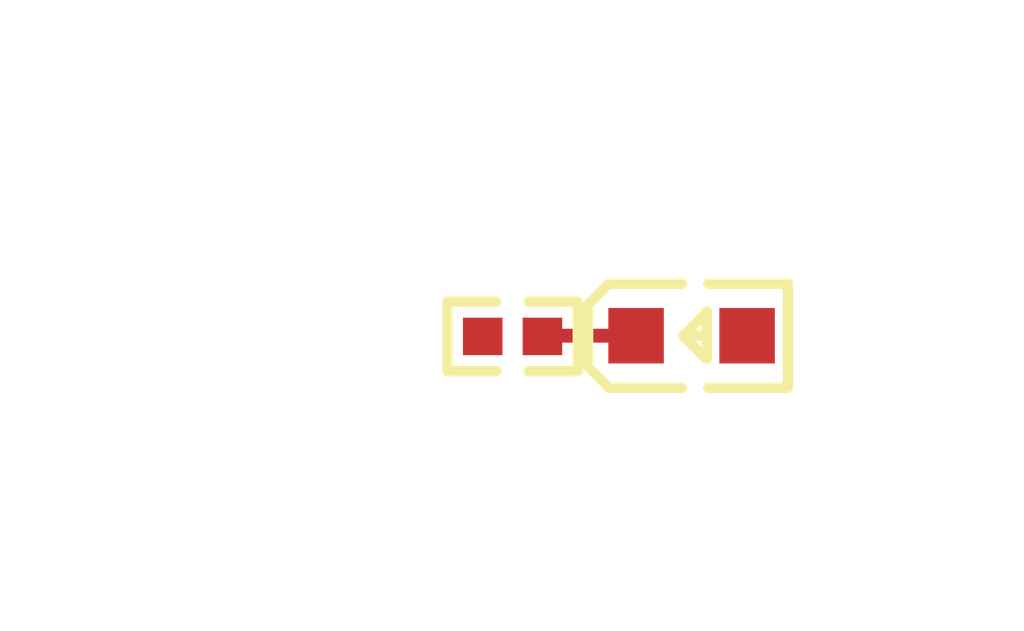
<source format=kicad_pcb>
(kicad_pcb (version 20241229) (generator "pcbnew") (generator_version "9.0")
  (layers (0 "F.Cu" signal) (2 "B.Cu" signal) (13 "F.Paste" user) (15 "B.Paste" user) (5 "F.SilkS" user "F.Silkscreen") (7 "B.SilkS" user "B.Silkscreen") (1 "F.Mask" user) (3 "B.Mask" user) (25 "Edge.Cuts" user))
  (net 0 "")
  (net 1 "anode")
  (net 2 "cathode")
  (net 3 "GND")
  (footprint "Hubei_KENTO_Elec_KT_0603G:LED0603-RD" (layer "F.Cu") (at 155.93 98.56 0)
    (property "Reference" "LED1" (hide yes))
    (property "Value" "")
    (fp_line (start 0.22 0.33) (end 0.21 0.33) (stroke (width 0.15)) (layer "F.SilkS"))
    (fp_line (start 0.21 0.33) (end -0.12 0) (stroke (width 0.15)) (layer "F.SilkS"))
    (fp_line (start 0.22 -0.35) (end 0.22 -0.34) (stroke (width 0.15)) (layer "F.SilkS"))
    (fp_line (start 0.22 -0.34) (end -0.12 0) (stroke (width 0.15)) (layer "F.SilkS"))
    (fp_line (start 0.22 -0.35) (end 0.22 0.33) (stroke (width 0.15)) (layer "F.SilkS"))
    (fp_line (start 0.24 -0.75) (end 1.39 -0.75) (stroke (width 0.15)) (layer "F.SilkS"))
    (fp_line (start 0.24 0.75) (end 1.39 0.75) (stroke (width 0.15)) (layer "F.SilkS"))
    (fp_line (start 1.39 -0.75) (end 1.39 0.73) (stroke (width 0.15)) (layer "F.SilkS"))
    (fp_line (start -0.14 0.75) (end -1.19 0.75) (stroke (width 0.15)) (layer "F.SilkS"))
    (fp_line (start -1.49 0.35) (end -1.49 0.45) (stroke (width 0.15)) (layer "F.SilkS"))
    (fp_line (start -1.49 0.45) (end -1.19 0.75) (stroke (width 0.15)) (layer "F.SilkS"))
    (fp_line (start -1.49 -0.35) (end -1.49 0.35) (stroke (width 0.15)) (layer "F.SilkS"))
    (fp_line (start -1.49 -0.35) (end -1.49 -0.45) (stroke (width 0.15)) (layer "F.SilkS"))
    (fp_line (start -1.49 -0.45) (end -1.19 -0.75) (stroke (width 0.15)) (layer "F.SilkS"))
    (fp_line (start -0.14 -0.75) (end -1.19 -0.75) (stroke (width 0.15)) (layer "F.SilkS"))
    (fp_line (start 0.22 0) (end -0.12 0) (stroke (width 0.15)) (layer "F.SilkS"))
    (pad "2" smd rect (at 0.8 0 90) (size 0.8 0.8) (layers "F.Cu" "F.Paste" "F.Mask") (net 1 "anode"))
    (pad "1" smd rect (at -0.8 0 90) (size 0.8 0.8) (layers "F.Cu" "F.Paste" "F.Mask") (net 2 "cathode"))
  )
  (footprint "UNI_ROYAL_0402WGF1002TCE:R0402" (layer "F.Cu") (at 153.35 98.57 180)
    (property "Reference" "R1" (hide yes))
    (property "Value" "10kΩ ±1% 62.5mW")
    (fp_line (start -0.23 0.5) (end -0.94 0.5) (stroke (width 0.15)) (layer "F.SilkS"))
    (fp_line (start -0.94 0.5) (end -0.94 -0.5) (stroke (width 0.15)) (layer "F.SilkS"))
    (fp_line (start -0.94 -0.5) (end -0.23 -0.5) (stroke (width 0.15)) (layer "F.SilkS"))
    (fp_line (start 0.23 0.5) (end 0.94 0.5) (stroke (width 0.15)) (layer "F.SilkS"))
    (fp_line (start 0.94 0.5) (end 0.94 -0.5) (stroke (width 0.15)) (layer "F.SilkS"))
    (fp_line (start 0.94 -0.5) (end 0.23 -0.5) (stroke (width 0.15)) (layer "F.SilkS"))
    (pad "2" smd rect (at 0.43 0 180) (size 0.57 0.54) (layers "F.Cu" "F.Paste" "F.Mask") (net 3 "GND"))
    (pad "1" smd rect (at -0.43 0 180) (size 0.57 0.54) (layers "F.Cu" "F.Paste" "F.Mask") (net 2 "cathode"))
  )
  (segment (start 153.79 98.56) (end 155.13 98.56) (width 0.2) (net 2) (layer "F.Cu"))
)
</source>
